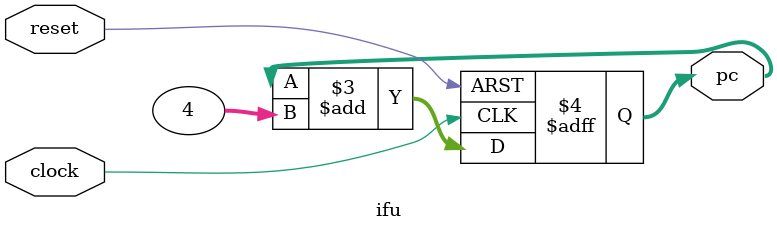
<source format=v>

module ifu(
    input clock,reset,
    output reg[31:0]  pc
);
  // 32-bit program counter is initialized to zero


    always @(posedge clock, posedge reset)
    begin
        if(reset == 1)  //If reset is one, clear the program counter
        pc <= 0;
        else
        pc <= pc+4;   // Increment program counter on positive clock edge
    end

endmodule
</source>
